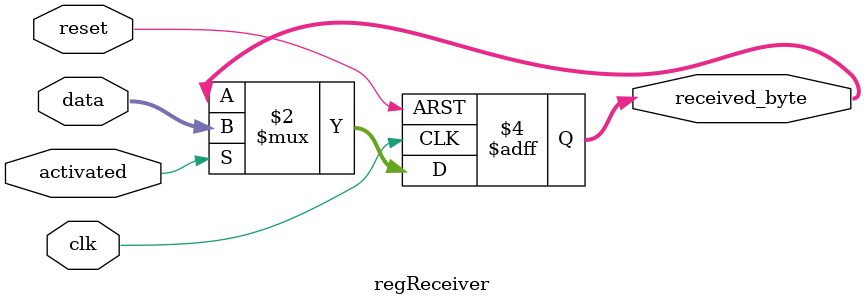
<source format=sv>
`timescale 1ns / 1ps


module comInterface(
    input logic [15:0] addr,
    input logic clk,
    input logic reset,
    input logic MREQ_N,
    input logic WR_N,
    input logic [7:0] data,
    output logic [2:0] enable,
    output logic [9:0] freq,
    output logic [2:0] atten_enable,
    output logic [3:0] atten_mag
    );
    
    typedef enum {idle,latch,instr} state;
    state cs,ns;
    
    logic second_byte;
    logic activated;
    logic needs_double;
    logic decode_enable;
    logic [7:0] received_byte;
    
    assign activated = (addr[7:0] >= 8'h40 && addr[7:0] <= 8'h7f) && !MREQ_N && !WR_N;
        
    regReceiver received_stored (.*);
    commandDecoder command_stored (.*);
    
    always_ff @(posedge clk, posedge reset) begin
        if(reset)
            cs <= idle;
        else 
            cs <= ns;
    end
    
    always_comb begin
        decode_enable = 0;
        case(cs)
            idle: begin
                ns = activated ? latch : idle;
            end
            latch: begin
                ns = !activated ? instr : latch;
            end
            instr: begin
                ns = activated ? latch : idle;
                decode_enable = 1;
            end
            default: ns = idle;
        endcase
    end
    
    
endmodule: comInterface

module commandDecoder(
    input logic clk,
    input logic reset,
    input logic decode_enable,
    input logic [7:0] received_byte,
    output logic [2:0] enable,
    output logic [2:0] atten_enable,
    output logic [9:0] freq,
    output logic [3:0] atten_mag);
    
    logic double_transfer;
    logic [7:0] first_byte;
    logic [2:0] reg_addr;
    logic double_transfer_selected;
    logic atten_selected;
    logic valid;
    
    assign valid = double_transfer ? first_byte[7] : received_byte[7];
    assign reg_addr = double_transfer ? first_byte[6:4] : received_byte[6:4];
    assign freq = {received_byte[5:0],first_byte[3:0]};
    assign atten_mag = received_byte[3:0];
    assign double_transfer_selected = reg_addr == 0 || reg_addr == 2 || reg_addr == 4;
    assign atten_selected = !double_transfer_selected && (reg_addr < 6);
    
    always_ff @(posedge clk, posedge reset) begin
        if(reset) begin
            first_byte <= 0;
            double_transfer <= 0;
        end
        else if(decode_enable) begin
            if(double_transfer)
                double_transfer <= 0;
            else if(double_transfer_selected) begin
                double_transfer <= 1;
                first_byte <= received_byte;
            end
        end
    end
    
    always_comb begin
        atten_enable = 0;
        enable = 0;
        if(decode_enable && valid) begin
            if(double_transfer)
                enable[reg_addr >> 1] = 1;
            else if(atten_selected)
                atten_enable[reg_addr >> 1] = 1;
        end
    end
    
endmodule: commandDecoder
    
module regReceiver(
    input logic clk,
    input logic reset,
    input logic activated,
    input logic [7:0] data,
    output logic [7:0] received_byte);
    
    always_ff @(posedge clk, posedge reset) begin
        if(reset)
            received_byte <= 0;
        else if(activated)
            received_byte <= data;
    end
    
endmodule: regReceiver
</source>
